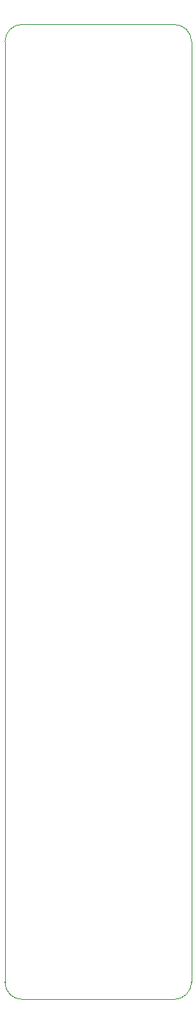
<source format=gbr>
%TF.GenerationSoftware,KiCad,Pcbnew,7.0.11*%
%TF.CreationDate,2025-08-02T11:26:45+02:00*%
%TF.ProjectId,pal-2-kim-adapter,70616c2d-322d-46b6-996d-2d6164617074,rev?*%
%TF.SameCoordinates,Original*%
%TF.FileFunction,Profile,NP*%
%FSLAX46Y46*%
G04 Gerber Fmt 4.6, Leading zero omitted, Abs format (unit mm)*
G04 Created by KiCad (PCBNEW 7.0.11) date 2025-08-02 11:26:45*
%MOMM*%
%LPD*%
G01*
G04 APERTURE LIST*
%TA.AperFunction,Profile*%
%ADD10C,0.050000*%
%TD*%
G04 APERTURE END LIST*
D10*
X142760000Y-153190000D02*
G75*
G03*
X144760000Y-155190000I2000000J0D01*
G01*
X142760000Y-153190000D02*
X142760000Y-44250000D01*
X162440000Y-155190000D02*
X144760000Y-155190000D01*
X162440000Y-155190000D02*
G75*
G03*
X164440000Y-153190000I0J2000000D01*
G01*
X164440000Y-44250000D02*
X164440000Y-153190000D01*
X164440000Y-44250000D02*
G75*
G03*
X162440000Y-42250000I-2000000J0D01*
G01*
X144760000Y-42250000D02*
X162440000Y-42250000D01*
X144760000Y-42250000D02*
G75*
G03*
X142760000Y-44250000I0J-2000000D01*
G01*
M02*

</source>
